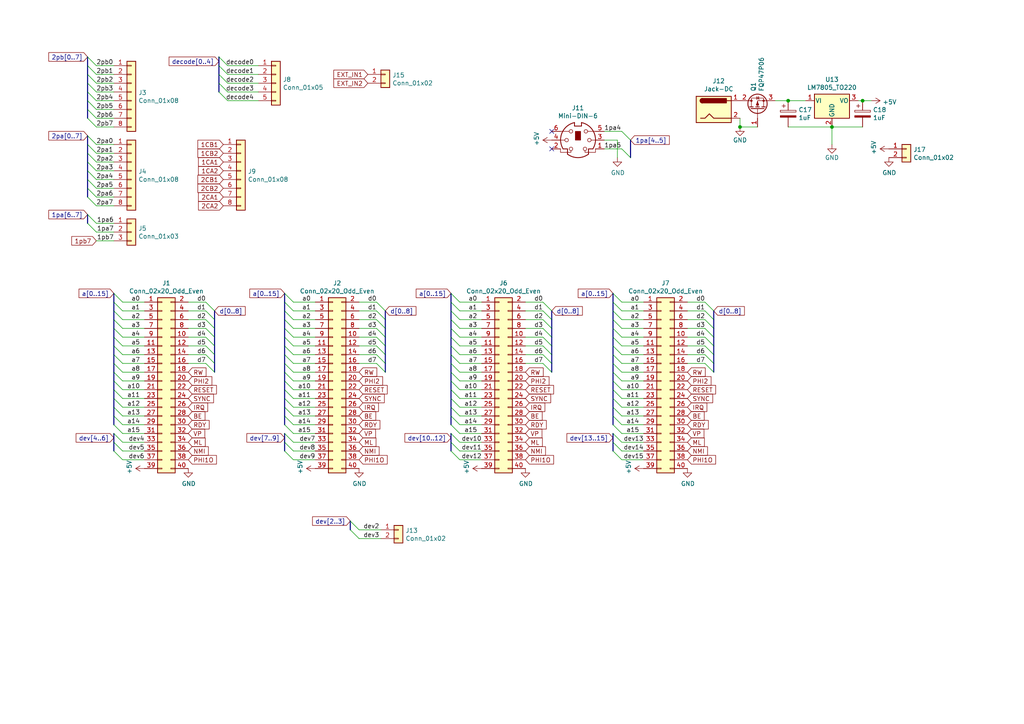
<source format=kicad_sch>
(kicad_sch (version 20211123) (generator eeschema)
  (paper "A4")
  (title_block (title "6502 Interface") (rev "1.1"))
  (lib_symbols
    (symbol "Connector:Jack-DC" (pin_names (offset 1.016))
      (property "Reference" "J" (at 0 5.334 0))
      (property "Value" "Jack-DC" (at 0 -5.08 0))
      (symbol "Jack-DC_1_1"
        (pin passive line (at 7.62 2.54 180) (length 2.54) (name "~") (number "1"))
        (pin passive line (at 7.62 -2.54 180) (length 2.54) (name "~") (number "2"))
      )
    )
    (symbol "Connector:Mini-DIN-6" (pin_names (offset 1.016))
      (property "Reference" "J" (at 0 6.35 0))
      (property "Value" "Mini-DIN-6" (at 0 -6.35 0))
      (symbol "Mini-DIN-6_1_1"
        (pin passive line (at 7.62 -2.54 180) (length 2.54) (name "~") (number "1"))
        (pin passive line (at -7.62 -2.54 0) (length 2.54) (name "~") (number "2"))
        (pin passive line (at 7.62 0 180) (length 2.54) (name "~") (number "3"))
        (pin passive line (at -7.62 0 0) (length 2.54) (name "~") (number "4"))
        (pin passive line (at 7.62 2.54 180) (length 2.54) (name "~") (number "5"))
        (pin passive line (at -7.62 2.54 0) (length 2.54) (name "~") (number "6"))
      )
    )
    (symbol "Connector_Generic:Conn_01x02" (pin_names (offset 1.016) hide)
      (property "Reference" "J" (at 0 2.54 0))
      (property "Value" "Conn_01x02" (at 0 -5.08 0))
      (symbol "Conn_01x02_1_1"
        (pin passive line (at -5.08 0 0) (length 3.81) (name "Pin_1") (number "1"))
        (pin passive line (at -5.08 -2.54 0) (length 3.81) (name "Pin_2") (number "2"))
      )
    )
    (symbol "Connector_Generic:Conn_01x03" (pin_names (offset 1.016) hide)
      (property "Reference" "J" (at 0 5.08 0))
      (property "Value" "Conn_01x03" (at 0 -5.08 0))
      (symbol "Conn_01x03_1_1"
        (pin passive line (at -5.08 2.54 0) (length 3.81) (name "Pin_1") (number "1"))
        (pin passive line (at -5.08 0 0) (length 3.81) (name "Pin_2") (number "2"))
        (pin passive line (at -5.08 -2.54 0) (length 3.81) (name "Pin_3") (number "3"))
      )
    )
    (symbol "Connector_Generic:Conn_01x05" (pin_names (offset 1.016) hide)
      (property "Reference" "J" (at 0 7.62 0))
      (property "Value" "Conn_01x05" (at 0 -7.62 0))
      (symbol "Conn_01x05_1_1"
        (pin passive line (at -5.08 5.08 0) (length 3.81) (name "Pin_1") (number "1"))
        (pin passive line (at -5.08 2.54 0) (length 3.81) (name "Pin_2") (number "2"))
        (pin passive line (at -5.08 0 0) (length 3.81) (name "Pin_3") (number "3"))
        (pin passive line (at -5.08 -2.54 0) (length 3.81) (name "Pin_4") (number "4"))
        (pin passive line (at -5.08 -5.08 0) (length 3.81) (name "Pin_5") (number "5"))
      )
    )
    (symbol "Connector_Generic:Conn_01x08" (pin_names (offset 1.016) hide)
      (property "Reference" "J" (at 0 10.16 0))
      (property "Value" "Conn_01x08" (at 0 -12.7 0))
      (symbol "Conn_01x08_1_1"
        (pin passive line (at -5.08 7.62 0) (length 3.81) (name "Pin_1") (number "1"))
        (pin passive line (at -5.08 5.08 0) (length 3.81) (name "Pin_2") (number "2"))
        (pin passive line (at -5.08 2.54 0) (length 3.81) (name "Pin_3") (number "3"))
        (pin passive line (at -5.08 0 0) (length 3.81) (name "Pin_4") (number "4"))
        (pin passive line (at -5.08 -2.54 0) (length 3.81) (name "Pin_5") (number "5"))
        (pin passive line (at -5.08 -5.08 0) (length 3.81) (name "Pin_6") (number "6"))
        (pin passive line (at -5.08 -7.62 0) (length 3.81) (name "Pin_7") (number "7"))
        (pin passive line (at -5.08 -10.16 0) (length 3.81) (name "Pin_8") (number "8"))
      )
    )
    (symbol "Connector_Generic:Conn_02x20_Odd_Even" (pin_names (offset 1.016) hide)
      (property "Reference" "J" (at 1.27 25.4 0))
      (property "Value" "Conn_02x20_Odd_Even" (at 1.27 -27.94 0))
      (symbol "Conn_02x20_Odd_Even_1_1"
        (pin passive line (at -5.08 22.86 0) (length 3.81) (name "Pin_1") (number "1"))
        (pin passive line (at 7.62 12.7 180) (length 3.81) (name "Pin_10") (number "10"))
        (pin passive line (at -5.08 10.16 0) (length 3.81) (name "Pin_11") (number "11"))
        (pin passive line (at 7.62 10.16 180) (length 3.81) (name "Pin_12") (number "12"))
        (pin passive line (at -5.08 7.62 0) (length 3.81) (name "Pin_13") (number "13"))
        (pin passive line (at 7.62 7.62 180) (length 3.81) (name "Pin_14") (number "14"))
        (pin passive line (at -5.08 5.08 0) (length 3.81) (name "Pin_15") (number "15"))
        (pin passive line (at 7.62 5.08 180) (length 3.81) (name "Pin_16") (number "16"))
        (pin passive line (at -5.08 2.54 0) (length 3.81) (name "Pin_17") (number "17"))
        (pin passive line (at 7.62 2.54 180) (length 3.81) (name "Pin_18") (number "18"))
        (pin passive line (at -5.08 0 0) (length 3.81) (name "Pin_19") (number "19"))
        (pin passive line (at 7.62 22.86 180) (length 3.81) (name "Pin_2") (number "2"))
        (pin passive line (at 7.62 0 180) (length 3.81) (name "Pin_20") (number "20"))
        (pin passive line (at -5.08 -2.54 0) (length 3.81) (name "Pin_21") (number "21"))
        (pin passive line (at 7.62 -2.54 180) (length 3.81) (name "Pin_22") (number "22"))
        (pin passive line (at -5.08 -5.08 0) (length 3.81) (name "Pin_23") (number "23"))
        (pin passive line (at 7.62 -5.08 180) (length 3.81) (name "Pin_24") (number "24"))
        (pin passive line (at -5.08 -7.62 0) (length 3.81) (name "Pin_25") (number "25"))
        (pin passive line (at 7.62 -7.62 180) (length 3.81) (name "Pin_26") (number "26"))
        (pin passive line (at -5.08 -10.16 0) (length 3.81) (name "Pin_27") (number "27"))
        (pin passive line (at 7.62 -10.16 180) (length 3.81) (name "Pin_28") (number "28"))
        (pin passive line (at -5.08 -12.7 0) (length 3.81) (name "Pin_29") (number "29"))
        (pin passive line (at -5.08 20.32 0) (length 3.81) (name "Pin_3") (number "3"))
        (pin passive line (at 7.62 -12.7 180) (length 3.81) (name "Pin_30") (number "30"))
        (pin passive line (at -5.08 -15.24 0) (length 3.81) (name "Pin_31") (number "31"))
        (pin passive line (at 7.62 -15.24 180) (length 3.81) (name "Pin_32") (number "32"))
        (pin passive line (at -5.08 -17.78 0) (length 3.81) (name "Pin_33") (number "33"))
        (pin passive line (at 7.62 -17.78 180) (length 3.81) (name "Pin_34") (number "34"))
        (pin passive line (at -5.08 -20.32 0) (length 3.81) (name "Pin_35") (number "35"))
        (pin passive line (at 7.62 -20.32 180) (length 3.81) (name "Pin_36") (number "36"))
        (pin passive line (at -5.08 -22.86 0) (length 3.81) (name "Pin_37") (number "37"))
        (pin passive line (at 7.62 -22.86 180) (length 3.81) (name "Pin_38") (number "38"))
        (pin passive line (at -5.08 -25.4 0) (length 3.81) (name "Pin_39") (number "39"))
        (pin passive line (at 7.62 20.32 180) (length 3.81) (name "Pin_4") (number "4"))
        (pin passive line (at 7.62 -25.4 180) (length 3.81) (name "Pin_40") (number "40"))
        (pin passive line (at -5.08 17.78 0) (length 3.81) (name "Pin_5") (number "5"))
        (pin passive line (at 7.62 17.78 180) (length 3.81) (name "Pin_6") (number "6"))
        (pin passive line (at -5.08 15.24 0) (length 3.81) (name "Pin_7") (number "7"))
        (pin passive line (at 7.62 15.24 180) (length 3.81) (name "Pin_8") (number "8"))
        (pin passive line (at -5.08 12.7 0) (length 3.81) (name "Pin_9") (number "9"))
      )
    )
    (symbol "Device:CP" (pin_numbers hide) (pin_names (offset 0.254))
      (property "Reference" "C" (at 0.635 2.54 0))
      (property "Value" "Device_CP" (at 0.635 -2.54 0))
      (symbol "CP_1_1"
        (pin passive line (at 0 3.81 270) (length 2.794) (name "~") (number "1"))
        (pin passive line (at 0 -3.81 90) (length 2.794) (name "~") (number "2"))
      )
    )
    (symbol "Device:Q_PMOS_GDS" (pin_names (offset 0) hide)
      (property "Reference" "Q" (at 5.08 1.27 0))
      (property "Value" "Q_PMOS_GDS" (at 5.08 -1.27 0))
      (symbol "Q_PMOS_GDS_1_1"
        (pin input line (at -5.08 0 0) (length 2.54) (name "G") (number "1"))
        (pin passive line (at 2.54 5.08 270) (length 2.54) (name "D") (number "2"))
        (pin passive line (at 2.54 -5.08 90) (length 2.54) (name "S") (number "3"))
      )
    )
    (symbol "Regulator_Linear:LM7805_TO220" (pin_names (offset 0.254))
      (property "Reference" "U" (at -3.81 3.175 0))
      (property "Value" "LM7805_TO220" (at 0 3.175 0))
      (symbol "LM7805_TO220_1_1"
        (pin power_in line (at -7.62 0 0) (length 2.54) (name "VI") (number "1"))
        (pin power_in line (at 0 -7.62 90) (length 2.54) (name "GND") (number "2"))
        (pin power_out line (at 7.62 0 180) (length 2.54) (name "VO") (number "3"))
      )
    )
    (symbol "power:+5V" (power) (pin_names (offset 0))
      (property "Value" "+5V" (at 0 3.556 0))
      (symbol "+5V_1_1"
        (pin power_in line (at 0 0 90) (length 0) hide (name "+5V") (number "1"))
      )
    )
    (symbol "power:GND" (power) (pin_names (offset 0))
      (property "Value" "GND" (at 0 -3.81 0))
      (symbol "GND_1_1"
        (pin power_in line (at 0 0 270) (length 0) hide (name "GND") (number "1"))
      )
    )
  )
  (junction (at 241.3 36.83))
  (junction (at 250.19 29.21))
  (junction (at 228.6 29.21))
  (junction (at 214.63 36.83))
  (no_connect (at 160.02 43.18))
  (no_connect (at 160.02 38.1))
  (bus_entry (at 177.8 107.95) (size 2.54 2.54))
  (bus_entry (at 82.55 90.17) (size 2.54 2.54))
  (bus_entry (at 130.81 95.25) (size 2.54 2.54))
  (bus_entry (at 85.09 130.81) (size -2.54 -2.54))
  (bus_entry (at 59.69 87.63) (size 2.54 2.54))
  (bus_entry (at 109.22 92.71) (size 2.54 2.54))
  (bus_entry (at 109.22 97.79) (size 2.54 2.54))
  (bus_entry (at 33.02 85.09) (size 2.54 2.54))
  (bus_entry (at 82.55 100.33) (size 2.54 2.54))
  (bus_entry (at 59.69 100.33) (size 2.54 2.54))
  (bus_entry (at 25.4 62.23) (size 2.54 2.54))
  (bus_entry (at 25.4 31.75) (size 2.54 2.54))
  (bus_entry (at 33.02 113.03) (size 2.54 2.54))
  (bus_entry (at 177.8 90.17) (size 2.54 2.54))
  (bus_entry (at 25.4 39.37) (size 2.54 2.54))
  (bus_entry (at 82.55 95.25) (size 2.54 2.54))
  (bus_entry (at 101.6 153.67) (size 2.54 2.54))
  (bus_entry (at 82.55 120.65) (size 2.54 2.54))
  (bus_entry (at 85.09 128.27) (size -2.54 -2.54))
  (bus_entry (at 130.81 123.19) (size 2.54 2.54))
  (bus_entry (at 82.55 97.79) (size 2.54 2.54))
  (bus_entry (at 82.55 105.41) (size 2.54 2.54))
  (bus_entry (at 25.4 49.53) (size 2.54 2.54))
  (bus_entry (at 33.02 97.79) (size 2.54 2.54))
  (bus_entry (at 157.48 90.17) (size 2.54 2.54))
  (bus_entry (at 25.4 24.13) (size 2.54 2.54))
  (bus_entry (at 177.8 102.87) (size 2.54 2.54))
  (bus_entry (at 33.02 102.87) (size 2.54 2.54))
  (bus_entry (at 25.4 54.61) (size 2.54 2.54))
  (bus_entry (at 59.69 90.17) (size 2.54 2.54))
  (bus_entry (at 157.48 95.25) (size 2.54 2.54))
  (bus_entry (at 130.81 87.63) (size 2.54 2.54))
  (bus_entry (at 63.5 16.51) (size 2.54 2.54))
  (bus_entry (at 130.81 105.41) (size 2.54 2.54))
  (bus_entry (at 177.8 123.19) (size 2.54 2.54))
  (bus_entry (at 133.35 133.35) (size -2.54 -2.54))
  (bus_entry (at 33.02 110.49) (size 2.54 2.54))
  (bus_entry (at 33.02 107.95) (size 2.54 2.54))
  (bus_entry (at 82.55 113.03) (size 2.54 2.54))
  (bus_entry (at 177.8 97.79) (size 2.54 2.54))
  (bus_entry (at 33.02 90.17) (size 2.54 2.54))
  (bus_entry (at 180.34 38.1) (size 2.54 2.54))
  (bus_entry (at 130.81 113.03) (size 2.54 2.54))
  (bus_entry (at 130.81 107.95) (size 2.54 2.54))
  (bus_entry (at 204.47 90.17) (size 2.54 2.54))
  (bus_entry (at 130.81 92.71) (size 2.54 2.54))
  (bus_entry (at 109.22 100.33) (size 2.54 2.54))
  (bus_entry (at 59.69 102.87) (size 2.54 2.54))
  (bus_entry (at 82.55 118.11) (size 2.54 2.54))
  (bus_entry (at 177.8 87.63) (size 2.54 2.54))
  (bus_entry (at 204.47 92.71) (size 2.54 2.54))
  (bus_entry (at 63.5 21.59) (size 2.54 2.54))
  (bus_entry (at 82.55 85.09) (size 2.54 2.54))
  (bus_entry (at 130.81 90.17) (size 2.54 2.54))
  (bus_entry (at 157.48 87.63) (size 2.54 2.54))
  (bus_entry (at 33.02 115.57) (size 2.54 2.54))
  (bus_entry (at 204.47 95.25) (size 2.54 2.54))
  (bus_entry (at 177.8 105.41) (size 2.54 2.54))
  (bus_entry (at 82.55 102.87) (size 2.54 2.54))
  (bus_entry (at 177.8 120.65) (size 2.54 2.54))
  (bus_entry (at 130.81 102.87) (size 2.54 2.54))
  (bus_entry (at 59.69 95.25) (size 2.54 2.54))
  (bus_entry (at 33.02 118.11) (size 2.54 2.54))
  (bus_entry (at 33.02 123.19) (size 2.54 2.54))
  (bus_entry (at 133.35 130.81) (size -2.54 -2.54))
  (bus_entry (at 177.8 118.11) (size 2.54 2.54))
  (bus_entry (at 180.34 133.35) (size -2.54 -2.54))
  (bus_entry (at 33.02 120.65) (size 2.54 2.54))
  (bus_entry (at 177.8 85.09) (size 2.54 2.54))
  (bus_entry (at 109.22 95.25) (size 2.54 2.54))
  (bus_entry (at 109.22 87.63) (size 2.54 2.54))
  (bus_entry (at 180.34 130.81) (size -2.54 -2.54))
  (bus_entry (at 177.8 100.33) (size 2.54 2.54))
  (bus_entry (at 177.8 92.71) (size 2.54 2.54))
  (bus_entry (at 204.47 102.87) (size 2.54 2.54))
  (bus_entry (at 35.56 133.35) (size -2.54 -2.54))
  (bus_entry (at 204.47 100.33) (size 2.54 2.54))
  (bus_entry (at 157.48 100.33) (size 2.54 2.54))
  (bus_entry (at 82.55 92.71) (size 2.54 2.54))
  (bus_entry (at 63.5 24.13) (size 2.54 2.54))
  (bus_entry (at 63.5 26.67) (size 2.54 2.54))
  (bus_entry (at 130.81 85.09) (size 2.54 2.54))
  (bus_entry (at 101.6 151.13) (size 2.54 2.54))
  (bus_entry (at 63.5 19.05) (size 2.54 2.54))
  (bus_entry (at 133.35 128.27) (size -2.54 -2.54))
  (bus_entry (at 25.4 57.15) (size 2.54 2.54))
  (bus_entry (at 25.4 44.45) (size 2.54 2.54))
  (bus_entry (at 33.02 100.33) (size 2.54 2.54))
  (bus_entry (at 204.47 105.41) (size 2.54 2.54))
  (bus_entry (at 59.69 97.79) (size 2.54 2.54))
  (bus_entry (at 157.48 92.71) (size 2.54 2.54))
  (bus_entry (at 59.69 105.41) (size 2.54 2.54))
  (bus_entry (at 25.4 19.05) (size 2.54 2.54))
  (bus_entry (at 82.55 107.95) (size 2.54 2.54))
  (bus_entry (at 130.81 110.49) (size 2.54 2.54))
  (bus_entry (at 177.8 115.57) (size 2.54 2.54))
  (bus_entry (at 25.4 16.51) (size 2.54 2.54))
  (bus_entry (at 157.48 97.79) (size 2.54 2.54))
  (bus_entry (at 177.8 95.25) (size 2.54 2.54))
  (bus_entry (at 25.4 34.29) (size 2.54 2.54))
  (bus_entry (at 33.02 87.63) (size 2.54 2.54))
  (bus_entry (at 25.4 21.59) (size 2.54 2.54))
  (bus_entry (at 109.22 105.41) (size 2.54 2.54))
  (bus_entry (at 130.81 120.65) (size 2.54 2.54))
  (bus_entry (at 82.55 123.19) (size 2.54 2.54))
  (bus_entry (at 109.22 90.17) (size 2.54 2.54))
  (bus_entry (at 177.8 113.03) (size 2.54 2.54))
  (bus_entry (at 157.48 105.41) (size 2.54 2.54))
  (bus_entry (at 85.09 133.35) (size -2.54 -2.54))
  (bus_entry (at 82.55 110.49) (size 2.54 2.54))
  (bus_entry (at 130.81 97.79) (size 2.54 2.54))
  (bus_entry (at 180.34 128.27) (size -2.54 -2.54))
  (bus_entry (at 82.55 115.57) (size 2.54 2.54))
  (bus_entry (at 109.22 102.87) (size 2.54 2.54))
  (bus_entry (at 204.47 87.63) (size 2.54 2.54))
  (bus_entry (at 33.02 92.71) (size 2.54 2.54))
  (bus_entry (at 35.56 128.27) (size -2.54 -2.54))
  (bus_entry (at 35.56 130.81) (size -2.54 -2.54))
  (bus_entry (at 59.69 92.71) (size 2.54 2.54))
  (bus_entry (at 180.34 43.18) (size 2.54 2.54))
  (bus_entry (at 25.4 52.07) (size 2.54 2.54))
  (bus_entry (at 177.8 110.49) (size 2.54 2.54))
  (bus_entry (at 25.4 29.21) (size 2.54 2.54))
  (bus_entry (at 157.48 102.87) (size 2.54 2.54))
  (bus_entry (at 130.81 115.57) (size 2.54 2.54))
  (bus_entry (at 25.4 41.91) (size 2.54 2.54))
  (bus_entry (at 25.4 64.77) (size 2.54 2.54))
  (bus_entry (at 130.81 118.11) (size 2.54 2.54))
  (bus_entry (at 130.81 100.33) (size 2.54 2.54))
  (bus_entry (at 33.02 95.25) (size 2.54 2.54))
  (bus_entry (at 204.47 97.79) (size 2.54 2.54))
  (bus_entry (at 25.4 46.99) (size 2.54 2.54))
  (bus_entry (at 82.55 87.63) (size 2.54 2.54))
  (bus_entry (at 25.4 26.67) (size 2.54 2.54))
  (bus_entry (at 33.02 105.41) (size 2.54 2.54))
  (wire (pts (xy 180.34 110.49) (xy 186.69 110.49)))
  (wire (pts (xy 27.94 19.05) (xy 33.02 19.05)))
  (wire (pts (xy 85.09 95.25) (xy 91.44 95.25)))
  (wire (pts (xy 85.09 90.17) (xy 91.44 90.17)))
  (wire (pts (xy 133.35 110.49) (xy 139.7 110.49)))
  (wire (pts (xy 180.34 115.57) (xy 186.69 115.57)))
  (wire (pts (xy 199.39 87.63) (xy 204.47 87.63)))
  (bus (pts (xy 82.55 115.57) (xy 82.55 118.11)))
  (bus (pts (xy 25.4 52.07) (xy 25.4 54.61)))
  (wire (pts (xy 41.91 128.27) (xy 35.56 128.27)))
  (bus (pts (xy 33.02 95.25) (xy 33.02 97.79)))
  (wire (pts (xy 27.94 24.13) (xy 33.02 24.13)))
  (wire (pts (xy 139.7 128.27) (xy 133.35 128.27)))
  (bus (pts (xy 62.23 92.71) (xy 62.23 95.25)))
  (bus (pts (xy 63.5 16.51) (xy 63.5 19.05)))
  (bus (pts (xy 82.55 85.09) (xy 82.55 87.63)))
  (wire (pts (xy 199.39 102.87) (xy 204.47 102.87)))
  (bus (pts (xy 177.8 120.65) (xy 177.8 123.19)))
  (bus (pts (xy 25.4 46.99) (xy 25.4 49.53)))
  (wire (pts (xy 85.09 115.57) (xy 91.44 115.57)))
  (wire (pts (xy 85.09 102.87) (xy 91.44 102.87)))
  (wire (pts (xy 152.4 102.87) (xy 157.48 102.87)))
  (wire (pts (xy 241.3 36.83) (xy 241.3 41.91)))
  (bus (pts (xy 177.8 110.49) (xy 177.8 113.03)))
  (bus (pts (xy 111.76 92.71) (xy 111.76 95.25)))
  (bus (pts (xy 207.01 100.33) (xy 207.01 102.87)))
  (bus (pts (xy 33.02 110.49) (xy 33.02 113.03)))
  (wire (pts (xy 66.04 19.05) (xy 74.93 19.05)))
  (wire (pts (xy 214.63 34.29) (xy 214.63 36.83)))
  (bus (pts (xy 177.8 90.17) (xy 177.8 92.71)))
  (bus (pts (xy 25.4 26.67) (xy 25.4 29.21)))
  (wire (pts (xy 219.71 36.83) (xy 214.63 36.83)))
  (wire (pts (xy 180.34 113.03) (xy 186.69 113.03)))
  (wire (pts (xy 41.91 130.81) (xy 35.56 130.81)))
  (wire (pts (xy 27.94 69.85) (xy 33.02 69.85)))
  (wire (pts (xy 35.56 105.41) (xy 41.91 105.41)))
  (bus (pts (xy 33.02 100.33) (xy 33.02 102.87)))
  (bus (pts (xy 25.4 39.37) (xy 25.4 41.91)))
  (bus (pts (xy 177.8 102.87) (xy 177.8 105.41)))
  (wire (pts (xy 104.14 153.67) (xy 110.49 153.67)))
  (wire (pts (xy 228.6 36.83) (xy 241.3 36.83)))
  (bus (pts (xy 130.81 100.33) (xy 130.81 102.87)))
  (wire (pts (xy 199.39 97.79) (xy 204.47 97.79)))
  (bus (pts (xy 25.4 19.05) (xy 25.4 21.59)))
  (wire (pts (xy 54.61 90.17) (xy 59.69 90.17)))
  (wire (pts (xy 85.09 118.11) (xy 91.44 118.11)))
  (wire (pts (xy 27.94 41.91) (xy 33.02 41.91)))
  (wire (pts (xy 104.14 105.41) (xy 109.22 105.41)))
  (bus (pts (xy 33.02 125.73) (xy 33.02 128.27)))
  (wire (pts (xy 27.94 31.75) (xy 33.02 31.75)))
  (wire (pts (xy 180.34 97.79) (xy 186.69 97.79)))
  (wire (pts (xy 180.34 100.33) (xy 186.69 100.33)))
  (wire (pts (xy 180.34 95.25) (xy 186.69 95.25)))
  (wire (pts (xy 33.02 34.29) (xy 27.94 34.29)))
  (wire (pts (xy 54.61 102.87) (xy 59.69 102.87)))
  (wire (pts (xy 175.26 43.18) (xy 180.34 43.18)))
  (bus (pts (xy 111.76 100.33) (xy 111.76 102.87)))
  (wire (pts (xy 27.94 46.99) (xy 33.02 46.99)))
  (wire (pts (xy 180.34 90.17) (xy 186.69 90.17)))
  (wire (pts (xy 180.34 107.95) (xy 186.69 107.95)))
  (bus (pts (xy 177.8 105.41) (xy 177.8 107.95)))
  (wire (pts (xy 199.39 95.25) (xy 204.47 95.25)))
  (bus (pts (xy 25.4 49.53) (xy 25.4 52.07)))
  (wire (pts (xy 35.56 120.65) (xy 41.91 120.65)))
  (wire (pts (xy 66.04 21.59) (xy 74.93 21.59)))
  (wire (pts (xy 27.94 64.77) (xy 33.02 64.77)))
  (bus (pts (xy 33.02 97.79) (xy 33.02 100.33)))
  (bus (pts (xy 101.6 151.13) (xy 101.6 153.67)))
  (bus (pts (xy 160.02 100.33) (xy 160.02 102.87)))
  (bus (pts (xy 33.02 120.65) (xy 33.02 123.19)))
  (wire (pts (xy 133.35 125.73) (xy 139.7 125.73)))
  (bus (pts (xy 177.8 87.63) (xy 177.8 90.17)))
  (wire (pts (xy 54.61 92.71) (xy 59.69 92.71)))
  (wire (pts (xy 133.35 115.57) (xy 139.7 115.57)))
  (wire (pts (xy 104.14 90.17) (xy 109.22 90.17)))
  (bus (pts (xy 25.4 41.91) (xy 25.4 44.45)))
  (bus (pts (xy 82.55 128.27) (xy 82.55 130.81)))
  (wire (pts (xy 27.94 59.69) (xy 33.02 59.69)))
  (bus (pts (xy 177.8 100.33) (xy 177.8 102.87)))
  (bus (pts (xy 177.8 118.11) (xy 177.8 120.65)))
  (wire (pts (xy 27.94 49.53) (xy 33.02 49.53)))
  (wire (pts (xy 104.14 156.21) (xy 110.49 156.21)))
  (wire (pts (xy 199.39 92.71) (xy 204.47 92.71)))
  (bus (pts (xy 207.01 105.41) (xy 207.01 107.95)))
  (wire (pts (xy 152.4 97.79) (xy 157.48 97.79)))
  (wire (pts (xy 133.35 105.41) (xy 139.7 105.41)))
  (wire (pts (xy 175.26 38.1) (xy 180.34 38.1)))
  (bus (pts (xy 111.76 95.25) (xy 111.76 97.79)))
  (bus (pts (xy 177.8 92.71) (xy 177.8 95.25)))
  (wire (pts (xy 85.09 97.79) (xy 91.44 97.79)))
  (wire (pts (xy 35.56 95.25) (xy 41.91 95.25)))
  (bus (pts (xy 62.23 95.25) (xy 62.23 97.79)))
  (wire (pts (xy 33.02 57.15) (xy 27.94 57.15)))
  (wire (pts (xy 91.44 133.35) (xy 85.09 133.35)))
  (bus (pts (xy 130.81 85.09) (xy 130.81 87.63)))
  (wire (pts (xy 152.4 87.63) (xy 157.48 87.63)))
  (bus (pts (xy 63.5 21.59) (xy 63.5 24.13)))
  (bus (pts (xy 25.4 24.13) (xy 25.4 26.67)))
  (wire (pts (xy 180.34 120.65) (xy 186.69 120.65)))
  (bus (pts (xy 62.23 105.41) (xy 62.23 107.95)))
  (wire (pts (xy 133.35 92.71) (xy 139.7 92.71)))
  (wire (pts (xy 27.94 67.31) (xy 33.02 67.31)))
  (bus (pts (xy 82.55 90.17) (xy 82.55 92.71)))
  (wire (pts (xy 179.07 40.64) (xy 175.26 40.64)))
  (bus (pts (xy 33.02 128.27) (xy 33.02 130.81)))
  (wire (pts (xy 152.4 90.17) (xy 157.48 90.17)))
  (wire (pts (xy 27.94 52.07) (xy 33.02 52.07)))
  (wire (pts (xy 41.91 133.35) (xy 35.56 133.35)))
  (bus (pts (xy 82.55 95.25) (xy 82.55 97.79)))
  (wire (pts (xy 199.39 90.17) (xy 204.47 90.17)))
  (bus (pts (xy 25.4 31.75) (xy 25.4 34.29)))
  (wire (pts (xy 85.09 100.33) (xy 91.44 100.33)))
  (wire (pts (xy 133.35 118.11) (xy 139.7 118.11)))
  (wire (pts (xy 27.94 54.61) (xy 33.02 54.61)))
  (wire (pts (xy 27.94 36.83) (xy 33.02 36.83)))
  (bus (pts (xy 207.01 95.25) (xy 207.01 97.79)))
  (bus (pts (xy 111.76 102.87) (xy 111.76 105.41)))
  (wire (pts (xy 228.6 29.21) (xy 233.68 29.21)))
  (wire (pts (xy 139.7 133.35) (xy 133.35 133.35)))
  (wire (pts (xy 139.7 130.81) (xy 133.35 130.81)))
  (bus (pts (xy 130.81 90.17) (xy 130.81 92.71)))
  (wire (pts (xy 133.35 107.95) (xy 139.7 107.95)))
  (wire (pts (xy 35.56 107.95) (xy 41.91 107.95)))
  (wire (pts (xy 35.56 87.63) (xy 41.91 87.63)))
  (wire (pts (xy 54.61 95.25) (xy 59.69 95.25)))
  (wire (pts (xy 186.69 133.35) (xy 180.34 133.35)))
  (bus (pts (xy 63.5 24.13) (xy 63.5 26.67)))
  (wire (pts (xy 180.34 87.63) (xy 186.69 87.63)))
  (bus (pts (xy 160.02 102.87) (xy 160.02 105.41)))
  (wire (pts (xy 85.09 107.95) (xy 91.44 107.95)))
  (bus (pts (xy 82.55 92.71) (xy 82.55 95.25)))
  (wire (pts (xy 35.56 100.33) (xy 41.91 100.33)))
  (wire (pts (xy 85.09 125.73) (xy 91.44 125.73)))
  (wire (pts (xy 33.02 44.45) (xy 27.94 44.45)))
  (wire (pts (xy 152.4 105.41) (xy 157.48 105.41)))
  (bus (pts (xy 207.01 102.87) (xy 207.01 105.41)))
  (bus (pts (xy 82.55 100.33) (xy 82.55 102.87)))
  (bus (pts (xy 62.23 97.79) (xy 62.23 100.33)))
  (bus (pts (xy 177.8 85.09) (xy 177.8 87.63)))
  (wire (pts (xy 133.35 120.65) (xy 139.7 120.65)))
  (wire (pts (xy 133.35 113.03) (xy 139.7 113.03)))
  (wire (pts (xy 66.04 26.67) (xy 74.93 26.67)))
  (bus (pts (xy 130.81 120.65) (xy 130.81 123.19)))
  (bus (pts (xy 33.02 118.11) (xy 33.02 120.65)))
  (bus (pts (xy 160.02 95.25) (xy 160.02 97.79)))
  (wire (pts (xy 133.35 87.63) (xy 139.7 87.63)))
  (bus (pts (xy 130.81 97.79) (xy 130.81 100.33)))
  (bus (pts (xy 82.55 120.65) (xy 82.55 123.19)))
  (bus (pts (xy 33.02 107.95) (xy 33.02 110.49)))
  (wire (pts (xy 35.56 123.19) (xy 41.91 123.19)))
  (bus (pts (xy 160.02 97.79) (xy 160.02 100.33)))
  (bus (pts (xy 33.02 113.03) (xy 33.02 115.57)))
  (wire (pts (xy 27.94 29.21) (xy 33.02 29.21)))
  (bus (pts (xy 182.88 40.64) (xy 182.88 45.72)))
  (wire (pts (xy 91.44 128.27) (xy 85.09 128.27)))
  (wire (pts (xy 85.09 113.03) (xy 91.44 113.03)))
  (wire (pts (xy 85.09 120.65) (xy 91.44 120.65)))
  (wire (pts (xy 85.09 92.71) (xy 91.44 92.71)))
  (wire (pts (xy 54.61 97.79) (xy 59.69 97.79)))
  (bus (pts (xy 82.55 97.79) (xy 82.55 100.33)))
  (bus (pts (xy 25.4 29.21) (xy 25.4 31.75)))
  (bus (pts (xy 33.02 105.41) (xy 33.02 107.95)))
  (bus (pts (xy 130.81 87.63) (xy 130.81 90.17)))
  (wire (pts (xy 104.14 102.87) (xy 109.22 102.87)))
  (wire (pts (xy 54.61 87.63) (xy 59.69 87.63)))
  (bus (pts (xy 25.4 16.51) (xy 25.4 19.05)))
  (wire (pts (xy 199.39 105.41) (xy 204.47 105.41)))
  (bus (pts (xy 82.55 125.73) (xy 82.55 128.27)))
  (wire (pts (xy 85.09 110.49) (xy 91.44 110.49)))
  (wire (pts (xy 133.35 102.87) (xy 139.7 102.87)))
  (bus (pts (xy 82.55 110.49) (xy 82.55 113.03)))
  (bus (pts (xy 82.55 105.41) (xy 82.55 107.95)))
  (wire (pts (xy 85.09 105.41) (xy 91.44 105.41)))
  (wire (pts (xy 104.14 97.79) (xy 109.22 97.79)))
  (bus (pts (xy 111.76 105.41) (xy 111.76 107.95)))
  (bus (pts (xy 177.8 115.57) (xy 177.8 118.11)))
  (wire (pts (xy 35.56 125.73) (xy 41.91 125.73)))
  (bus (pts (xy 62.23 102.87) (xy 62.23 105.41)))
  (wire (pts (xy 27.94 26.67) (xy 33.02 26.67)))
  (bus (pts (xy 207.01 92.71) (xy 207.01 95.25)))
  (wire (pts (xy 224.79 29.21) (xy 228.6 29.21)))
  (bus (pts (xy 25.4 44.45) (xy 25.4 46.99)))
  (bus (pts (xy 130.81 102.87) (xy 130.81 105.41)))
  (bus (pts (xy 160.02 105.41) (xy 160.02 107.95)))
  (bus (pts (xy 130.81 113.03) (xy 130.81 115.57)))
  (wire (pts (xy 33.02 21.59) (xy 27.94 21.59)))
  (bus (pts (xy 160.02 92.71) (xy 160.02 95.25)))
  (wire (pts (xy 133.35 97.79) (xy 139.7 97.79)))
  (bus (pts (xy 177.8 107.95) (xy 177.8 110.49)))
  (wire (pts (xy 35.56 118.11) (xy 41.91 118.11)))
  (bus (pts (xy 82.55 113.03) (xy 82.55 115.57)))
  (wire (pts (xy 179.07 45.72) (xy 179.07 40.64)))
  (wire (pts (xy 180.34 92.71) (xy 186.69 92.71)))
  (bus (pts (xy 130.81 95.25) (xy 130.81 97.79)))
  (wire (pts (xy 250.19 29.21) (xy 252.73 29.21)))
  (bus (pts (xy 111.76 90.17) (xy 111.76 92.71)))
  (wire (pts (xy 186.69 130.81) (xy 180.34 130.81)))
  (bus (pts (xy 63.5 19.05) (xy 63.5 21.59)))
  (bus (pts (xy 33.02 87.63) (xy 33.02 90.17)))
  (wire (pts (xy 104.14 92.71) (xy 109.22 92.71)))
  (wire (pts (xy 85.09 87.63) (xy 91.44 87.63)))
  (wire (pts (xy 35.56 90.17) (xy 41.91 90.17)))
  (wire (pts (xy 35.56 110.49) (xy 41.91 110.49)))
  (bus (pts (xy 25.4 62.23) (xy 25.4 64.77)))
  (bus (pts (xy 62.23 90.17) (xy 62.23 92.71)))
  (wire (pts (xy 180.34 102.87) (xy 186.69 102.87)))
  (bus (pts (xy 62.23 100.33) (xy 62.23 102.87)))
  (wire (pts (xy 66.04 29.21) (xy 74.93 29.21)))
  (wire (pts (xy 35.56 113.03) (xy 41.91 113.03)))
  (wire (pts (xy 104.14 87.63) (xy 109.22 87.63)))
  (wire (pts (xy 180.34 123.19) (xy 186.69 123.19)))
  (wire (pts (xy 66.04 24.13) (xy 74.93 24.13)))
  (wire (pts (xy 91.44 130.81) (xy 85.09 130.81)))
  (bus (pts (xy 130.81 105.41) (xy 130.81 107.95)))
  (bus (pts (xy 33.02 92.71) (xy 33.02 95.25)))
  (bus (pts (xy 130.81 118.11) (xy 130.81 120.65)))
  (bus (pts (xy 82.55 102.87) (xy 82.55 105.41)))
  (wire (pts (xy 180.34 105.41) (xy 186.69 105.41)))
  (wire (pts (xy 133.35 95.25) (xy 139.7 95.25)))
  (wire (pts (xy 180.34 118.11) (xy 186.69 118.11)))
  (bus (pts (xy 33.02 85.09) (xy 33.02 87.63)))
  (wire (pts (xy 248.92 29.21) (xy 250.19 29.21)))
  (wire (pts (xy 104.14 100.33) (xy 109.22 100.33)))
  (wire (pts (xy 35.56 115.57) (xy 41.91 115.57)))
  (bus (pts (xy 82.55 118.11) (xy 82.55 120.65)))
  (bus (pts (xy 207.01 97.79) (xy 207.01 100.33)))
  (bus (pts (xy 130.81 128.27) (xy 130.81 130.81)))
  (bus (pts (xy 130.81 107.95) (xy 130.81 110.49)))
  (bus (pts (xy 25.4 21.59) (xy 25.4 24.13)))
  (bus (pts (xy 207.01 90.17) (xy 207.01 92.71)))
  (bus (pts (xy 25.4 54.61) (xy 25.4 57.15)))
  (bus (pts (xy 33.02 102.87) (xy 33.02 105.41)))
  (wire (pts (xy 152.4 100.33) (xy 157.48 100.33)))
  (wire (pts (xy 35.56 102.87) (xy 41.91 102.87)))
  (bus (pts (xy 177.8 95.25) (xy 177.8 97.79)))
  (bus (pts (xy 130.81 125.73) (xy 130.81 128.27)))
  (bus (pts (xy 177.8 113.03) (xy 177.8 115.57)))
  (bus (pts (xy 82.55 87.63) (xy 82.55 90.17)))
  (bus (pts (xy 111.76 97.79) (xy 111.76 100.33)))
  (wire (pts (xy 85.09 123.19) (xy 91.44 123.19)))
  (bus (pts (xy 33.02 115.57) (xy 33.02 118.11)))
  (wire (pts (xy 133.35 90.17) (xy 139.7 90.17)))
  (wire (pts (xy 35.56 97.79) (xy 41.91 97.79)))
  (wire (pts (xy 104.14 95.25) (xy 109.22 95.25)))
  (wire (pts (xy 54.61 105.41) (xy 59.69 105.41)))
  (bus (pts (xy 130.81 92.71) (xy 130.81 95.25)))
  (wire (pts (xy 152.4 92.71) (xy 157.48 92.71)))
  (wire (pts (xy 152.4 95.25) (xy 157.48 95.25)))
  (bus (pts (xy 82.55 107.95) (xy 82.55 110.49)))
  (bus (pts (xy 160.02 90.17) (xy 160.02 92.71)))
  (wire (pts (xy 180.34 125.73) (xy 186.69 125.73)))
  (wire (pts (xy 133.35 123.19) (xy 139.7 123.19)))
  (wire (pts (xy 241.3 36.83) (xy 250.19 36.83)))
  (bus (pts (xy 130.81 110.49) (xy 130.81 113.03)))
  (bus (pts (xy 177.8 97.79) (xy 177.8 100.33)))
  (bus (pts (xy 33.02 90.17) (xy 33.02 92.71)))
  (wire (pts (xy 54.61 100.33) (xy 59.69 100.33)))
  (wire (pts (xy 199.39 100.33) (xy 204.47 100.33)))
  (bus (pts (xy 130.81 115.57) (xy 130.81 118.11)))
  (wire (pts (xy 35.56 92.71) (xy 41.91 92.71)))
  (bus (pts (xy 177.8 125.73) (xy 177.8 128.27)))
  (wire (pts (xy 133.35 100.33) (xy 139.7 100.33)))
  (wire (pts (xy 186.69 128.27) (xy 180.34 128.27)))
  (bus (pts (xy 177.8 128.27) (xy 177.8 130.81)))
  (label "d0" (at 154.94 87.63 0))
  (label "d0" (at 201.93 87.63 0))
  (label "d4" (at 201.93 97.79 0))
  (label "a11" (at 40.64 115.57 180))
  (label "a6" (at 185.42 102.87 180))
  (label "1pa7" (at 33.02 67.31 180))
  (label "d5" (at 201.93 100.33 0))
  (label "a7" (at 185.42 105.41 180))
  (label "2pa2" (at 27.94 46.99 0))
  (label "dev2" (at 105.41 153.67 0))
  (label "dev7" (at 91.44 128.27 180))
  (label "d2" (at 154.94 92.71 0))
  (label "d6" (at 154.94 102.87 0))
  (label "2pa3" (at 27.94 49.53 0))
  (label "2pb3" (at 27.94 26.67 0))
  (label "a9" (at 138.43 110.49 180))
  (label "a14" (at 90.17 123.19 180))
  (label "a10" (at 138.43 113.03 180))
  (label "d7" (at 154.94 105.41 0))
  (label "a7" (at 90.17 105.41 180))
  (label "a2" (at 185.42 92.71 180))
  (label "d4" (at 154.94 97.79 0))
  (label "a7" (at 40.64 105.41 180))
  (label "a4" (at 40.64 97.79 180))
  (label "a5" (at 185.42 100.33 180))
  (label "a3" (at 138.43 95.25 180))
  (label "a13" (at 185.42 120.65 180))
  (label "a9" (at 40.64 110.49 180))
  (label "a9" (at 185.42 110.49 180))
  (label "dev4" (at 41.91 128.27 180))
  (label "a15" (at 185.42 125.73 180))
  (label "a0" (at 138.43 87.63 180))
  (label "a5" (at 40.64 100.33 180))
  (label "1pb7" (at 33.02 69.85 180))
  (label "2pa7" (at 27.94 59.69 0))
  (label "2pb2" (at 27.94 24.13 0))
  (label "dev10" (at 139.7 128.27 180))
  (label "d7" (at 201.93 105.41 0))
  (label "d3" (at 201.93 95.25 0))
  (label "a15" (at 90.17 125.73 180))
  (label "a0" (at 40.64 87.63 180))
  (label "a7" (at 138.43 105.41 180))
  (label "dev14" (at 186.69 130.81 180))
  (label "a3" (at 185.42 95.25 180))
  (label "a11" (at 90.17 115.57 180))
  (label "2pa0" (at 27.94 41.91 0))
  (label "a8" (at 40.64 107.95 180))
  (label "d0" (at 57.15 87.63 0))
  (label "a8" (at 138.43 107.95 180))
  (label "a9" (at 90.17 110.49 180))
  (label "a1" (at 138.43 90.17 180))
  (label "a14" (at 138.43 123.19 180))
  (label "d2" (at 201.93 92.71 0))
  (label "d7" (at 57.15 105.41 0))
  (label "1pa5" (at 175.26 43.18 0))
  (label "2pb7" (at 27.94 36.83 0))
  (label "a10" (at 90.17 113.03 180))
  (label "d1" (at 201.93 90.17 0))
  (label "dev6" (at 41.91 133.35 180))
  (label "d4" (at 57.15 97.79 0))
  (label "2pb0" (at 27.94 19.05 0))
  (label "a4" (at 185.42 97.79 180))
  (label "a1" (at 185.42 90.17 180))
  (label "d2" (at 57.15 92.71 0))
  (label "d5" (at 154.94 100.33 0))
  (label "a12" (at 40.64 118.11 180))
  (label "a6" (at 40.64 102.87 180))
  (label "d1" (at 57.15 90.17 0))
  (label "a6" (at 90.17 102.87 180))
  (label "2pb1" (at 27.94 21.59 0))
  (label "a4" (at 90.17 97.79 180))
  (label "a15" (at 40.64 125.73 180))
  (label "d1" (at 154.94 90.17 0))
  (label "dev8" (at 91.44 130.81 180))
  (label "a15" (at 138.43 125.73 180))
  (label "a11" (at 138.43 115.57 180))
  (label "d5" (at 57.15 100.33 0))
  (label "2pb4" (at 27.94 29.21 0))
  (label "a13" (at 138.43 120.65 180))
  (label "decode3" (at 73.66 26.67 180))
  (label "a14" (at 40.64 123.19 180))
  (label "a1" (at 40.64 90.17 180))
  (label "dev12" (at 139.7 133.35 180))
  (label "dev11" (at 139.7 130.81 180))
  (label "2pa1" (at 27.94 44.45 0))
  (label "1pa6" (at 33.02 64.77 180))
  (label "dev5" (at 41.91 130.81 180))
  (label "a5" (at 138.43 100.33 180))
  (label "decode0" (at 73.66 19.05 180))
  (label "a0" (at 185.42 87.63 180))
  (label "a5" (at 90.17 100.33 180))
  (label "d6" (at 57.15 102.87 0))
  (label "a12" (at 185.42 118.11 180))
  (label "decode1" (at 73.66 21.59 180))
  (label "a1" (at 90.17 90.17 180))
  (label "dev15" (at 186.69 133.35 180))
  (label "dev9" (at 91.44 133.35 180))
  (label "2pb5" (at 27.94 31.75 0))
  (label "d3" (at 57.15 95.25 0))
  (label "d5" (at 106.68 100.33 0))
  (label "a12" (at 138.43 118.11 180))
  (label "2pa6" (at 27.94 57.15 0))
  (label "a13" (at 40.64 120.65 180))
  (label "a6" (at 138.43 102.87 180))
  (label "1pa4" (at 175.26 38.1 0))
  (label "2pb6" (at 27.94 34.29 0))
  (label "a11" (at 185.42 115.57 180))
  (label "d6" (at 106.68 102.87 0))
  (label "d7" (at 106.68 105.41 0))
  (label "d4" (at 106.68 97.79 0))
  (label "d3" (at 154.94 95.25 0))
  (label "d0" (at 106.68 87.63 0))
  (label "a12" (at 90.17 118.11 180))
  (label "a2" (at 40.64 92.71 180))
  (label "dev13" (at 186.69 128.27 180))
  (label "a4" (at 138.43 97.79 180))
  (label "d6" (at 201.93 102.87 0))
  (label "d2" (at 106.68 92.71 0))
  (label "decode4" (at 73.66 29.21 180))
  (label "a3" (at 40.64 95.25 180))
  (label "a2" (at 138.43 92.71 180))
  (label "a8" (at 185.42 107.95 180))
  (label "2pa4" (at 27.94 52.07 0))
  (label "dev3" (at 105.41 156.21 0))
  (label "a14" (at 185.42 123.19 180))
  (label "a8" (at 90.17 107.95 180))
  (label "a2" (at 90.17 92.71 180))
  (label "a10" (at 185.42 113.03 180))
  (label "a3" (at 90.17 95.25 180))
  (label "a13" (at 90.17 120.65 180))
  (label "decode2" (at 73.66 24.13 180))
  (label "2pa5" (at 27.94 54.61 0))
  (label "a10" (at 40.64 113.03 180))
  (label "d3" (at 106.68 95.25 0))
  (label "d1" (at 106.68 90.17 0))
  (label "a0" (at 90.17 87.63 180))
  (global_label "1CA2" (shape input) (at 64.77 49.53 180) (property "Intersheet References" "${INTERSHEET_REFS}" (effects hide)))
  (global_label "d[0..8]" (shape input) (at 160.02 90.17 0) (property "Intersheet References" "${INTERSHEET_REFS}" (effects hide)))
  (global_label "BE" (shape input) (at 104.14 120.65 0) (property "Intersheet References" "${INTERSHEET_REFS}" (effects hide)))
  (global_label "IRQ" (shape input) (at 104.14 118.11 0) (property "Intersheet References" "${INTERSHEET_REFS}" (effects hide)))
  (global_label "2CA1" (shape input) (at 64.77 57.15 180) (property "Intersheet References" "${INTERSHEET_REFS}" (effects hide)))
  (global_label "dev[13..15]" (shape input) (at 177.8 127 180) (property "Intersheet References" "${INTERSHEET_REFS}" (effects hide)))
  (global_label "PHI2" (shape input) (at 54.61 110.49 0) (property "Intersheet References" "${INTERSHEET_REFS}" (effects hide)))
  (global_label "decode[0..4]" (shape input) (at 63.5 17.78 180) (property "Intersheet References" "${INTERSHEET_REFS}" (effects hide)))
  (global_label "a[0..15]" (shape input) (at 33.02 85.09 180) (property "Intersheet References" "${INTERSHEET_REFS}" (effects hide)))
  (global_label "dev[10..12]" (shape input) (at 130.81 127 180) (property "Intersheet References" "${INTERSHEET_REFS}" (effects hide)))
  (global_label "RDY" (shape input) (at 152.4 123.19 0) (property "Intersheet References" "${INTERSHEET_REFS}" (effects hide)))
  (global_label "RDY" (shape input) (at 54.61 123.19 0) (property "Intersheet References" "${INTERSHEET_REFS}" (effects hide)))
  (global_label "BE" (shape input) (at 199.39 120.65 0) (property "Intersheet References" "${INTERSHEET_REFS}" (effects hide)))
  (global_label "SYNC" (shape input) (at 199.39 115.57 0) (property "Intersheet References" "${INTERSHEET_REFS}" (effects hide)))
  (global_label "BE" (shape input) (at 54.61 120.65 0) (property "Intersheet References" "${INTERSHEET_REFS}" (effects hide)))
  (global_label "1CB2" (shape input) (at 64.77 44.45 180) (property "Intersheet References" "${INTERSHEET_REFS}" (effects hide)))
  (global_label "RDY" (shape input) (at 199.39 123.19 0) (property "Intersheet References" "${INTERSHEET_REFS}" (effects hide)))
  (global_label "1CB1" (shape input) (at 64.77 41.91 180) (property "Intersheet References" "${INTERSHEET_REFS}" (effects hide)))
  (global_label "1CA1" (shape input) (at 64.77 46.99 180) (property "Intersheet References" "${INTERSHEET_REFS}" (effects hide)))
  (global_label "BE" (shape input) (at 152.4 120.65 0) (property "Intersheet References" "${INTERSHEET_REFS}" (effects hide)))
  (global_label "a[0..15]" (shape input) (at 82.55 85.09 180) (property "Intersheet References" "${INTERSHEET_REFS}" (effects hide)))
  (global_label "dev[2..3]" (shape input) (at 101.6 151.13 180) (property "Intersheet References" "${INTERSHEET_REFS}" (effects hide)))
  (global_label "EXT_IN1" (shape input) (at 106.68 21.59 180) (property "Intersheet References" "${INTERSHEET_REFS}" (effects hide)))
  (global_label "RW" (shape input) (at 104.14 107.95 0) (property "Intersheet References" "${INTERSHEET_REFS}" (effects hide)))
  (global_label "ML" (shape input) (at 152.4 128.27 0) (property "Intersheet References" "${INTERSHEET_REFS}" (effects hide)))
  (global_label "2CB1" (shape input) (at 64.77 52.07 180) (property "Intersheet References" "${INTERSHEET_REFS}" (effects hide)))
  (global_label "RW" (shape input) (at 54.61 107.95 0) (property "Intersheet References" "${INTERSHEET_REFS}" (effects hide)))
  (global_label "NMI" (shape input) (at 152.4 130.81 0) (property "Intersheet References" "${INTERSHEET_REFS}" (effects hide)))
  (global_label "2pa[0..7]" (shape input) (at 25.4 39.37 180) (property "Intersheet References" "${INTERSHEET_REFS}" (effects hide)))
  (global_label "IRQ" (shape input) (at 54.61 118.11 0) (property "Intersheet References" "${INTERSHEET_REFS}" (effects hide)))
  (global_label "NMI" (shape input) (at 199.39 130.81 0) (property "Intersheet References" "${INTERSHEET_REFS}" (effects hide)))
  (global_label "d[0..8]" (shape input) (at 111.76 90.17 0) (property "Intersheet References" "${INTERSHEET_REFS}" (effects hide)))
  (global_label "PHI1O" (shape input) (at 104.14 133.35 0) (property "Intersheet References" "${INTERSHEET_REFS}" (effects hide)))
  (global_label "2pb[0..7]" (shape input) (at 25.4 16.51 180) (property "Intersheet References" "${INTERSHEET_REFS}" (effects hide)))
  (global_label "RESET" (shape input) (at 54.61 113.03 0) (property "Intersheet References" "${INTERSHEET_REFS}" (effects hide)))
  (global_label "dev[7..9]" (shape input) (at 82.55 127 180) (property "Intersheet References" "${INTERSHEET_REFS}" (effects hide)))
  (global_label "IRQ" (shape input) (at 152.4 118.11 0) (property "Intersheet References" "${INTERSHEET_REFS}" (effects hide)))
  (global_label "RESET" (shape input) (at 199.39 113.03 0) (property "Intersheet References" "${INTERSHEET_REFS}" (effects hide)))
  (global_label "IRQ" (shape input) (at 199.39 118.11 0) (property "Intersheet References" "${INTERSHEET_REFS}" (effects hide)))
  (global_label "a[0..15]" (shape input) (at 130.81 85.09 180) (property "Intersheet References" "${INTERSHEET_REFS}" (effects hide)))
  (global_label "VP" (shape input) (at 152.4 125.73 0) (property "Intersheet References" "${INTERSHEET_REFS}" (effects hide)))
  (global_label "ML" (shape input) (at 54.61 128.27 0) (property "Intersheet References" "${INTERSHEET_REFS}" (effects hide)))
  (global_label "2CB2" (shape input) (at 64.77 54.61 180) (property "Intersheet References" "${INTERSHEET_REFS}" (effects hide)))
  (global_label "RESET" (shape input) (at 152.4 113.03 0) (property "Intersheet References" "${INTERSHEET_REFS}" (effects hide)))
  (global_label "RW" (shape input) (at 199.39 107.95 0) (property "Intersheet References" "${INTERSHEET_REFS}" (effects hide)))
  (global_label "NMI" (shape input) (at 54.61 130.81 0) (property "Intersheet References" "${INTERSHEET_REFS}" (effects hide)))
  (global_label "SYNC" (shape input) (at 104.14 115.57 0) (property "Intersheet References" "${INTERSHEET_REFS}" (effects hide)))
  (global_label "PHI1O" (shape input) (at 152.4 133.35 0) (property "Intersheet References" "${INTERSHEET_REFS}" (effects hide)))
  (global_label "d[0..8]" (shape input) (at 207.01 90.17 0) (property "Intersheet References" "${INTERSHEET_REFS}" (effects hide)))
  (global_label "PHI2" (shape input) (at 199.39 110.49 0) (property "Intersheet References" "${INTERSHEET_REFS}" (effects hide)))
  (global_label "VP" (shape input) (at 199.39 125.73 0) (property "Intersheet References" "${INTERSHEET_REFS}" (effects hide)))
  (global_label "RW" (shape input) (at 152.4 107.95 0) (property "Intersheet References" "${INTERSHEET_REFS}" (effects hide)))
  (global_label "SYNC" (shape input) (at 152.4 115.57 0) (property "Intersheet References" "${INTERSHEET_REFS}" (effects hide)))
  (global_label "RDY" (shape input) (at 104.14 123.19 0) (property "Intersheet References" "${INTERSHEET_REFS}" (effects hide)))
  (global_label "VP" (shape input) (at 104.14 125.73 0) (property "Intersheet References" "${INTERSHEET_REFS}" (effects hide)))
  (global_label "RESET" (shape input) (at 104.14 113.03 0) (property "Intersheet References" "${INTERSHEET_REFS}" (effects hide)))
  (global_label "PHI2" (shape input) (at 104.14 110.49 0) (property "Intersheet References" "${INTERSHEET_REFS}" (effects hide)))
  (global_label "a[0..15]" (shape input) (at 177.8 85.09 180) (property "Intersheet References" "${INTERSHEET_REFS}" (effects hide)))
  (global_label "NMI" (shape input) (at 104.14 130.81 0) (property "Intersheet References" "${INTERSHEET_REFS}" (effects hide)))
  (global_label "ML" (shape input) (at 104.14 128.27 0) (property "Intersheet References" "${INTERSHEET_REFS}" (effects hide)))
  (global_label "d[0..8]" (shape input) (at 62.23 90.17 0) (property "Intersheet References" "${INTERSHEET_REFS}" (effects hide)))
  (global_label "SYNC" (shape input) (at 54.61 115.57 0) (property "Intersheet References" "${INTERSHEET_REFS}" (effects hide)))
  (global_label "dev[4..6]" (shape input) (at 33.02 127 180) (property "Intersheet References" "${INTERSHEET_REFS}" (effects hide)))
  (global_label "1pa[6..7]" (shape input) (at 25.4 62.23 180) (property "Intersheet References" "${INTERSHEET_REFS}" (effects hide)))
  (global_label "1pa[4..5]" (shape input) (at 182.88 40.64 0) (property "Intersheet References" "${INTERSHEET_REFS}" (effects hide)))
  (global_label "PHI1O" (shape input) (at 54.61 133.35 0) (property "Intersheet References" "${INTERSHEET_REFS}" (effects hide)))
  (global_label "VP" (shape input) (at 54.61 125.73 0) (property "Intersheet References" "${INTERSHEET_REFS}" (effects hide)))
  (global_label "PHI1O" (shape input) (at 199.39 133.35 0) (property "Intersheet References" "${INTERSHEET_REFS}" (effects hide)))
  (global_label "EXT_IN2" (shape input) (at 106.68 24.13 180) (property "Intersheet References" "${INTERSHEET_REFS}" (effects hide)))
  (global_label "1pb7" (shape input) (at 27.94 69.85 180) (property "Intersheet References" "${INTERSHEET_REFS}" (effects hide)))
  (global_label "2CA2" (shape input) (at 64.77 59.69 180) (property "Intersheet References" "${INTERSHEET_REFS}" (effects hide)))
  (global_label "ML" (shape input) (at 199.39 128.27 0) (property "Intersheet References" "${INTERSHEET_REFS}" (effects hide)))
  (global_label "PHI2" (shape input) (at 152.4 110.49 0) (property "Intersheet References" "${INTERSHEET_REFS}" (effects hide)))
  (symbol (lib_id "Connector_Generic:Conn_01x08") (at 69.85 49.53 0) (unit 1)
    (property "Reference" "J9" (at 71.882 49.7332 0) (effects (justify left)))
    (property "Value" "Conn_01x08" (at 71.882 52.0446 0) (effects (justify left)))
    (property "Footprint" "Connector_PinHeader_2.54mm:PinHeader_1x05_P2.54mm_Vertical" (effects hide))
  )
  (symbol (lib_id "Connector_Generic:Conn_01x08") (at 38.1 26.67 0) (unit 1)
    (property "Reference" "J3" (at 40.132 26.8732 0) (effects (justify left)))
    (property "Value" "Conn_01x08" (at 40.132 29.1846 0) (effects (justify left)))
    (property "Footprint" "Connector_PinHeader_2.54mm:PinHeader_1x08_P2.54mm_Vertical" (effects hide))
  )
  (symbol (lib_id "power:+5V") (at 160.02 40.64 90) (unit 1)
    (property "Reference" "#PWR061" (effects hide))
    (property "Value" "+5V" (at 155.6258 40.259 0))
  )
  (symbol (lib_id "power:GND") (at 257.81 45.72 0) (unit 1)
    (property "Reference" "#PWR058" (effects hide))
    (property "Value" "GND" (at 257.937 50.1142 0))
  )
  (symbol (lib_id "power:+5V") (at 257.81 43.18 90) (unit 1)
    (property "Reference" "#PWR057" (effects hide))
    (property "Value" "+5V" (at 253.4158 42.799 0))
  )
  (symbol (lib_id "Connector:Mini-DIN-6") (at 167.64 40.64 0) (unit 1)
    (property "Reference" "J11" (at 167.64 31.3182 0))
    (property "Value" "Mini-DIN-6" (at 167.64 33.6296 0))
    (property "Footprint" "6502Computer:mini_din-6" (effects hide))
    (property "Datasheet" "http://service.powerdynamics.com/ec/Catalog17/Section%2011.pdf" (effects hide))
  )
  (symbol (lib_id "Connector:Jack-DC") (at 207.01 31.75 0) (unit 1)
    (property "Reference" "J12" (at 208.4578 23.495 0))
    (property "Value" "Jack-DC" (at 208.4578 25.8064 0))
    (property "Footprint" "Connector_BarrelJack:BarrelJack_Horizontal" (effects hide))
  )
  (symbol (lib_id "power:GND") (at 214.63 36.83 0) (unit 1)
    (property "Reference" "#PWR056" (effects hide))
    (property "Value" "GND" (at 214.63 40.64 0))
  )
  (symbol (lib_id "Connector_Generic:Conn_01x02") (at 262.89 43.18 0) (unit 1)
    (property "Reference" "J17" (at 264.922 43.3832 0) (effects (justify left)))
    (property "Value" "Conn_01x02" (at 264.922 45.6946 0) (effects (justify left)))
    (property "Footprint" "Connector_PinHeader_2.54mm:PinHeader_1x02_P2.54mm_Vertical" (effects hide))
  )
  (symbol (lib_id "Connector_Generic:Conn_02x20_Odd_Even") (at 46.99 110.49 0) (unit 1)
    (property "Reference" "J1" (at 48.26 82.1182 0))
    (property "Value" "Conn_02x20_Odd_Even" (at 48.26 84.4296 0))
    (property "Footprint" "Connector_PinHeader_2.54mm:PinHeader_2x20_P2.54mm_Vertical" (effects hide))
  )
  (symbol (lib_id "Connector_Generic:Conn_01x02") (at 111.76 21.59 0) (unit 1)
    (property "Reference" "J15" (at 113.792 21.7932 0) (effects (justify left)))
    (property "Value" "Conn_01x02" (at 113.792 24.1046 0) (effects (justify left)))
    (property "Footprint" "Connector_PinHeader_2.54mm:PinHeader_1x02_P2.54mm_Vertical" (effects hide))
  )
  (symbol (lib_id "Connector_Generic:Conn_02x20_Odd_Even") (at 96.52 110.49 0) (unit 1)
    (property "Reference" "J2" (at 97.79 82.1182 0))
    (property "Value" "Conn_02x20_Odd_Even" (at 97.79 84.4296 0))
    (property "Footprint" "Connector_PinHeader_2.54mm:PinHeader_2x20_P2.54mm_Vertical" (effects hide))
  )
  (symbol (lib_id "Connector_Generic:Conn_02x20_Odd_Even") (at 144.78 110.49 0) (unit 1)
    (property "Reference" "J6" (at 146.05 82.1182 0))
    (property "Value" "Conn_02x20_Odd_Even" (at 146.05 84.4296 0))
    (property "Footprint" "Connector_PinHeader_2.54mm:PinHeader_2x20_P2.54mm_Vertical" (effects hide))
  )
  (symbol (lib_id "Connector_Generic:Conn_02x20_Odd_Even") (at 191.77 110.49 0) (unit 1)
    (property "Reference" "J7" (at 193.04 82.1182 0))
    (property "Value" "Conn_02x20_Odd_Even" (at 193.04 84.4296 0))
    (property "Footprint" "Connector_PinHeader_2.54mm:PinHeader_2x20_P2.54mm_Vertical" (effects hide))
  )
  (symbol (lib_id "Connector_Generic:Conn_01x05") (at 80.01 24.13 0) (unit 1)
    (property "Reference" "J8" (at 82.042 23.0632 0) (effects (justify left)))
    (property "Value" "Conn_01x05" (at 82.042 25.3746 0) (effects (justify left)))
    (property "Footprint" "Connector_PinHeader_2.54mm:PinHeader_1x05_P2.54mm_Vertical" (effects hide))
  )
  (symbol (lib_id "Connector_Generic:Conn_01x08") (at 38.1 49.53 0) (unit 1)
    (property "Reference" "J4" (at 40.132 49.7332 0) (effects (justify left)))
    (property "Value" "Conn_01x08" (at 40.132 52.0446 0) (effects (justify left)))
    (property "Footprint" "Connector_PinHeader_2.54mm:PinHeader_1x08_P2.54mm_Vertical" (effects hide))
  )
  (symbol (lib_id "Connector_Generic:Conn_01x03") (at 38.1 67.31 0) (unit 1)
    (property "Reference" "J5" (at 40.132 66.2432 0) (effects (justify left)))
    (property "Value" "Conn_01x03" (at 40.132 68.5546 0) (effects (justify left)))
    (property "Footprint" "Connector_PinHeader_2.54mm:PinHeader_1x03_P2.54mm_Vertical" (effects hide))
  )
  (symbol (lib_id "Device:Q_PMOS_GDS") (at 219.71 31.75 90) (unit 1)
    (property "Reference" "Q1" (at 218.5416 26.543 0) (effects (justify left)))
    (property "Value" "FQP47P06" (at 220.853 26.543 0) (effects (justify left)))
    (property "Footprint" "Package_TO_SOT_THT:TO-251-3-1EP_Horizontal_TabDown" (effects hide))
  )
  (symbol (lib_id "Regulator_Linear:LM7805_TO220") (at 241.3 29.21 0) (unit 1)
    (property "Reference" "U13" (at 241.3 23.0632 0))
    (property "Value" "LM7805_TO220" (at 241.3 25.3746 0))
    (property "Footprint" "Package_TO_SOT_THT:TO-251-3-1EP_Horizontal_TabDown" (effects hide))
    (property "Datasheet" "https://www.onsemi.cn/PowerSolutions/document/MC7800-D.PDF" (effects hide))
  )
  (symbol (lib_id "power:GND") (at 241.3 41.91 0) (unit 1)
    (property "Reference" "#PWR024" (effects hide))
    (property "Value" "GND" (at 241.3 45.72 0))
  )
  (symbol (lib_id "power:+5V") (at 252.73 29.21 270) (unit 1)
    (property "Reference" "#PWR034" (effects hide))
    (property "Value" "+5V" (at 255.9812 29.591 90) (effects (justify left)))
  )
  (symbol (lib_id "power:+5V") (at 91.44 135.89 90) (unit 1)
    (property "Reference" "#PWR049" (effects hide))
    (property "Value" "+5V" (at 87.0458 135.509 0))
  )
  (symbol (lib_id "power:GND") (at 104.14 135.89 0) (unit 1)
    (property "Reference" "#PWR052" (effects hide))
    (property "Value" "GND" (at 104.267 140.2842 0))
  )
  (symbol (lib_id "power:+5V") (at 139.7 135.89 90) (unit 1)
    (property "Reference" "#PWR053" (effects hide))
    (property "Value" "+5V" (at 135.3058 135.509 0))
  )
  (symbol (lib_id "power:GND") (at 152.4 135.89 0) (unit 1)
    (property "Reference" "#PWR059" (effects hide))
    (property "Value" "GND" (at 152.527 140.2842 0))
  )
  (symbol (lib_id "power:+5V") (at 186.69 135.89 90) (unit 1)
    (property "Reference" "#PWR062" (effects hide))
    (property "Value" "+5V" (at 182.2958 135.509 0))
  )
  (symbol (lib_id "power:GND") (at 199.39 135.89 0) (unit 1)
    (property "Reference" "#PWR066" (effects hide))
    (property "Value" "GND" (at 199.517 140.2842 0))
  )
  (symbol (lib_id "Connector_Generic:Conn_01x02") (at 115.57 153.67 0) (unit 1)
    (property "Reference" "J13" (at 117.602 153.8732 0) (effects (justify left)))
    (property "Value" "Conn_01x02" (at 117.602 156.1846 0) (effects (justify left)))
    (property "Footprint" "Connector_PinHeader_2.54mm:PinHeader_1x02_P2.54mm_Vertical" (effects hide))
  )
  (symbol (lib_id "Device:CP") (at 250.19 33.02 0) (unit 1)
    (property "Reference" "C18" (at 253.1872 31.8516 0) (effects (justify left)))
    (property "Value" "1uF" (at 253.1872 34.163 0) (effects (justify left)))
    (property "Footprint" "Capacitor_THT:C_Disc_D5.1mm_W3.2mm_P5.00mm" (effects hide))
  )
  (symbol (lib_id "Device:CP") (at 228.6 33.02 0) (unit 1)
    (property "Reference" "C17" (at 231.5972 31.8516 0) (effects (justify left)))
    (property "Value" "1uF" (at 231.5972 34.163 0) (effects (justify left)))
    (property "Footprint" "Capacitor_THT:C_Disc_D5.1mm_W3.2mm_P5.00mm" (effects hide))
  )
  (symbol (lib_id "power:GND") (at 54.61 135.89 0) (unit 1)
    (property "Reference" "#PWR063" (effects hide))
    (property "Value" "GND" (at 54.737 140.2842 0))
  )
  (symbol (lib_id "power:GND") (at 179.07 45.72 0) (unit 1)
    (property "Reference" "#PWR0101" (effects hide))
    (property "Value" "GND" (at 179.197 50.1142 0))
  )
  (symbol (lib_id "power:+5V") (at 41.91 135.89 90) (unit 1)
    (property "Reference" "#PWR069" (effects hide))
    (property "Value" "+5V" (at 37.5158 135.509 0))
  )
)
</source>
